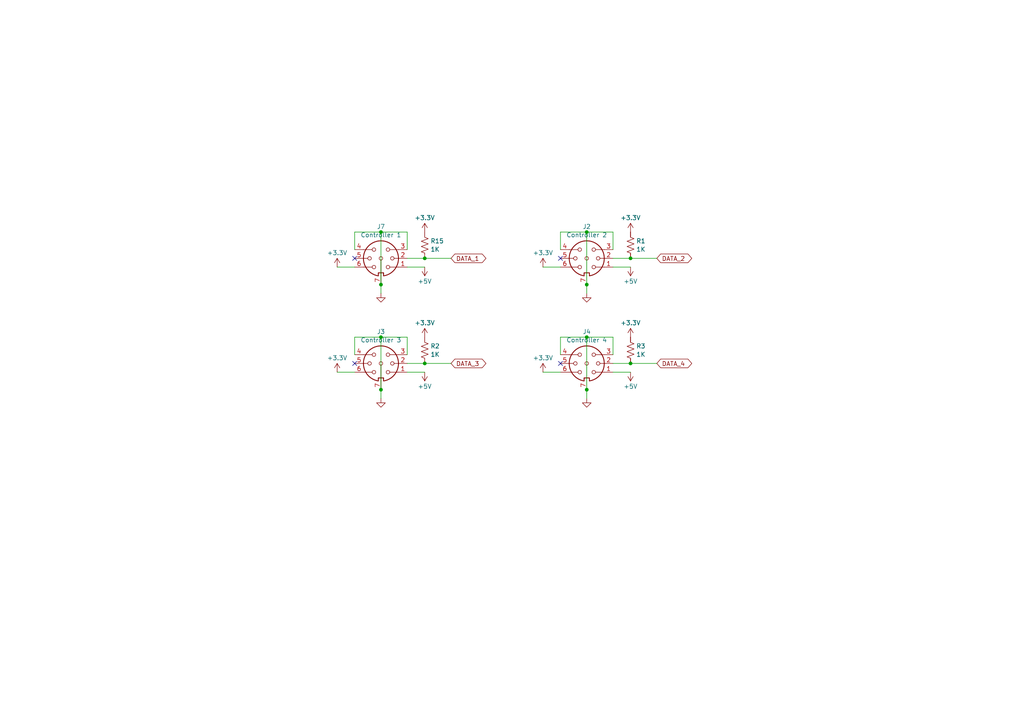
<source format=kicad_sch>
(kicad_sch (version 20230121) (generator eeschema)
  (paper "A4")
  (lib_symbols
    (symbol "Connector:DIN-7_CenterPin7" (pin_names (offset 1.016))
      (property "Reference" "J" (at 0 6.35 0))
      (property "Value" "DIN-7_CenterPin7" (at 3.048 -5.334 0))
      (symbol "DIN-7_CenterPin7_0_1"
        (arc (start -5.08 0) (mid -3.8609 -3.3364) (end -0.762 -5.08) (stroke (width 0.254)))
        (circle (center -3.302 0) (radius 0.508))
        (circle (center -2.032 -2.54) (radius 0.508))
        (circle (center -2.032 2.54) (radius 0.508))
        (polyline (pts (xy -5.08 0) (xy -3.81 0)))
        (polyline (pts (xy 0 -0.508) (xy 0 -5.08)))
        (polyline (pts (xy 5.08 0) (xy 3.81 0)))
        (polyline (pts (xy -5.08 -2.54) (xy -4.318 -2.54) (xy -2.54 -2.54)))
        (polyline (pts (xy -5.08 2.54) (xy -4.318 2.54) (xy -2.54 2.54)))
        (polyline (pts (xy 5.08 -2.54) (xy 4.318 -2.54) (xy 2.54 -2.54)))
        (polyline (pts (xy 5.08 2.54) (xy 4.318 2.54) (xy 2.54 2.54)))
        (polyline (pts (xy -0.762 -4.953) (xy -0.762 -4.191) (xy 0.762 -4.191) (xy 0.762 -4.953)) (stroke (width 0.254)))
        (circle (center 0 0) (radius 0.508))
        (arc (start 0.762 -5.08) (mid 3.8685 -3.343) (end 5.08 0) (stroke (width 0.254)))
        (circle (center 2.032 -2.54) (radius 0.508))
        (circle (center 2.032 2.54) (radius 0.508))
        (circle (center 3.302 0) (radius 0.508))
        (arc (start 5.08 0) (mid 0 5.0579) (end -5.08 0) (stroke (width 0.254)))
      )
      (symbol "DIN-7_CenterPin7_1_1"
        (pin passive line (at 7.62 -2.54 180) (length 2.54) (name "~") (number "1"))
        (pin passive line (at 7.62 0 180) (length 2.54) (name "~") (number "2"))
        (pin passive line (at 7.62 2.54 180) (length 2.54) (name "~") (number "3"))
        (pin passive line (at -7.62 2.54 0) (length 2.54) (name "~") (number "4"))
        (pin passive line (at -7.62 0 0) (length 2.54) (name "~") (number "5"))
        (pin passive line (at -7.62 -2.54 0) (length 2.54) (name "~") (number "6"))
        (pin passive line (at 0 -7.62 90) (length 2.54) (name "~") (number "7"))
      )
    )
    (symbol "Device:R_US" (pin_numbers hide) (pin_names (offset 0))
      (property "Reference" "R" (at 2.54 0 90))
      (property "Value" "R_US" (at -2.54 0 90))
      (symbol "R_US_0_1"
        (polyline (pts (xy 0 -2.286) (xy 0 -2.54)))
        (polyline (pts (xy 0 2.286) (xy 0 2.54)))
        (polyline (pts (xy 0 -0.762) (xy 1.016 -1.143) (xy 0 -1.524) (xy -1.016 -1.905) (xy 0 -2.286)))
        (polyline (pts (xy 0 0.762) (xy 1.016 0.381) (xy 0 0) (xy -1.016 -0.381) (xy 0 -0.762)))
        (polyline (pts (xy 0 2.286) (xy 1.016 1.905) (xy 0 1.524) (xy -1.016 1.143) (xy 0 0.762)))
      )
      (symbol "R_US_1_1"
        (pin passive line (at 0 3.81 270) (length 1.27) (name "~") (number "1"))
        (pin passive line (at 0 -3.81 90) (length 1.27) (name "~") (number "2"))
      )
    )
    (symbol "power:+3.3V" (power) (pin_names (offset 0))
      (property "Value" "+3.3V" (at 0 3.556 0))
      (symbol "+3.3V_0_1"
        (polyline (pts (xy -0.762 1.27) (xy 0 2.54)))
        (polyline (pts (xy 0 0) (xy 0 2.54)))
        (polyline (pts (xy 0 2.54) (xy 0.762 1.27)))
      )
      (symbol "+3.3V_1_1"
        (pin power_in line (at 0 0 90) (length 0) hide (name "+3.3V") (number "1"))
      )
    )
    (symbol "power:+5V" (power) (pin_names (offset 0))
      (property "Value" "+5V" (at 0 3.556 0))
      (symbol "+5V_0_1"
        (polyline (pts (xy -0.762 1.27) (xy 0 2.54)))
        (polyline (pts (xy 0 0) (xy 0 2.54)))
        (polyline (pts (xy 0 2.54) (xy 0.762 1.27)))
      )
      (symbol "+5V_1_1"
        (pin power_in line (at 0 0 90) (length 0) hide (name "+5V") (number "1"))
      )
    )
    (symbol "power:GND" (power) (pin_names (offset 0))
      (property "Value" "GND" (at 0 -3.81 0))
      (symbol "GND_0_1"
        (polyline (pts (xy 0 0) (xy 0 -1.27) (xy 1.27 -1.27) (xy 0 -2.54) (xy -1.27 -1.27) (xy 0 -1.27)))
      )
      (symbol "GND_1_1"
        (pin power_in line (at 0 0 270) (length 0) hide (name "GND") (number "1"))
      )
    )
  )
  (junction (at 110.49 82.55))
  (junction (at 170.18 82.55))
  (junction (at 123.19 105.41))
  (junction (at 110.49 113.03))
  (junction (at 110.49 97.79))
  (junction (at 170.18 97.79))
  (junction (at 110.49 67.31))
  (junction (at 182.88 74.93))
  (junction (at 182.88 105.41))
  (junction (at 123.19 74.93))
  (junction (at 170.18 67.31))
  (junction (at 170.18 113.03))
  (no_connect (at 102.87 105.41))
  (no_connect (at 102.87 74.93))
  (no_connect (at 162.56 105.41))
  (no_connect (at 162.56 74.93))
  (wire (pts (xy 177.8 107.95) (xy 182.88 107.95)))
  (wire (pts (xy 170.18 97.79) (xy 177.8 97.79)))
  (wire (pts (xy 170.18 113.03) (xy 170.18 115.57)))
  (wire (pts (xy 170.18 82.55) (xy 170.18 85.09)))
  (wire (pts (xy 102.87 67.31) (xy 110.49 67.31)))
  (wire (pts (xy 182.88 74.93) (xy 190.5 74.93)))
  (wire (pts (xy 118.11 107.95) (xy 123.19 107.95)))
  (wire (pts (xy 102.87 102.87) (xy 102.87 97.79)))
  (wire (pts (xy 177.8 105.41) (xy 182.88 105.41)))
  (wire (pts (xy 177.8 67.31) (xy 177.8 72.39)))
  (wire (pts (xy 102.87 97.79) (xy 110.49 97.79)))
  (wire (pts (xy 123.19 105.41) (xy 130.81 105.41)))
  (wire (pts (xy 110.49 113.03) (xy 110.49 115.57)))
  (wire (pts (xy 110.49 67.31) (xy 118.11 67.31)))
  (wire (pts (xy 110.49 67.31) (xy 110.49 82.55)))
  (wire (pts (xy 97.79 107.95) (xy 102.87 107.95)))
  (wire (pts (xy 177.8 77.47) (xy 182.88 77.47)))
  (wire (pts (xy 97.79 77.47) (xy 102.87 77.47)))
  (wire (pts (xy 162.56 102.87) (xy 162.56 97.79)))
  (wire (pts (xy 182.88 105.41) (xy 190.5 105.41)))
  (wire (pts (xy 157.48 107.95) (xy 162.56 107.95)))
  (wire (pts (xy 102.87 72.39) (xy 102.87 67.31)))
  (wire (pts (xy 177.8 97.79) (xy 177.8 102.87)))
  (wire (pts (xy 162.56 72.39) (xy 162.56 67.31)))
  (wire (pts (xy 123.19 74.93) (xy 130.81 74.93)))
  (wire (pts (xy 157.48 77.47) (xy 162.56 77.47)))
  (wire (pts (xy 118.11 105.41) (xy 123.19 105.41)))
  (wire (pts (xy 170.18 67.31) (xy 170.18 82.55)))
  (wire (pts (xy 118.11 97.79) (xy 118.11 102.87)))
  (wire (pts (xy 118.11 74.93) (xy 123.19 74.93)))
  (wire (pts (xy 170.18 67.31) (xy 177.8 67.31)))
  (wire (pts (xy 110.49 97.79) (xy 118.11 97.79)))
  (wire (pts (xy 162.56 67.31) (xy 170.18 67.31)))
  (wire (pts (xy 162.56 97.79) (xy 170.18 97.79)))
  (wire (pts (xy 170.18 97.79) (xy 170.18 113.03)))
  (wire (pts (xy 177.8 74.93) (xy 182.88 74.93)))
  (wire (pts (xy 110.49 82.55) (xy 110.49 85.09)))
  (wire (pts (xy 110.49 97.79) (xy 110.49 113.03)))
  (wire (pts (xy 118.11 67.31) (xy 118.11 72.39)))
  (wire (pts (xy 118.11 77.47) (xy 123.19 77.47)))
  (global_label "DATA_2" (shape bidirectional) (at 190.5 74.93 0) (property "Intersheetrefs" "${INTERSHEET_REFS}" (effects hide)))
  (global_label "DATA_4" (shape bidirectional) (at 190.5 105.41 0) (property "Intersheetrefs" "${INTERSHEET_REFS}" (effects hide)))
  (global_label "DATA_3" (shape bidirectional) (at 130.81 105.41 0) (property "Intersheetrefs" "${INTERSHEET_REFS}" (effects hide)))
  (global_label "DATA_1" (shape bidirectional) (at 130.81 74.93 0) (property "Intersheetrefs" "${INTERSHEET_REFS}" (effects hide)))
  (symbol (lib_id "power:+3.3V") (at 157.48 77.47 0) (unit 1)
    (property "Reference" "#PWR01" (effects hide))
    (property "Value" "+3.3V" (at 157.48 73.3369 0))
  )
  (symbol (lib_id "Device:R_US") (at 182.88 71.12 0) (unit 1)
    (property "Reference" "R1" (at 184.531 69.9079 0) (effects (justify left)))
    (property "Value" "1K" (at 184.531 72.3321 0) (effects (justify left)))
    (property "Footprint" "Resistor_SMD:R_0603_1608Metric" (effects hide))
  )
  (symbol (lib_id "Device:R_US") (at 123.19 71.12 0) (unit 1)
    (property "Reference" "R15" (at 124.841 69.9079 0) (effects (justify left)))
    (property "Value" "1K" (at 124.841 72.3321 0) (effects (justify left)))
    (property "Footprint" "Resistor_SMD:R_0603_1608Metric" (effects hide))
  )
  (symbol (lib_id "power:+5V") (at 123.19 107.95 180) (unit 1)
    (property "Reference" "#PWR08" (effects hide))
    (property "Value" "+5V" (at 123.19 112.0831 0))
  )
  (symbol (lib_id "power:GND") (at 170.18 85.09 0) (unit 1)
    (property "Reference" "#PWR02" (effects hide))
    (property "Value" "GND" (effects hide))
  )
  (symbol (lib_id "power:+3.3V") (at 157.48 107.95 0) (unit 1)
    (property "Reference" "#PWR09" (effects hide))
    (property "Value" "+3.3V" (at 157.48 103.8169 0))
  )
  (symbol (lib_id "Connector:DIN-7_CenterPin7") (at 110.49 105.41 0) (unit 1)
    (property "Reference" "J3" (at 110.4901 96.2078 0))
    (property "Value" "Controller 3" (at 110.4901 98.632 0))
    (property "Footprint" "GameCube Controllers:Gamecube Controller Socket" (effects hide))
    (property "Datasheet" "http://www.mouser.com/ds/2/18/40_c091_abd_e-75918.pdf" (effects hide))
  )
  (symbol (lib_id "Device:R_US") (at 123.19 101.6 0) (unit 1)
    (property "Reference" "R2" (at 124.841 100.3879 0) (effects (justify left)))
    (property "Value" "1K" (at 124.841 102.8121 0) (effects (justify left)))
    (property "Footprint" "Resistor_SMD:R_0603_1608Metric" (effects hide))
  )
  (symbol (lib_id "Device:R_US") (at 182.88 101.6 0) (unit 1)
    (property "Reference" "R3" (at 184.531 100.3879 0) (effects (justify left)))
    (property "Value" "1K" (at 184.531 102.8121 0) (effects (justify left)))
    (property "Footprint" "Resistor_SMD:R_0603_1608Metric" (effects hide))
  )
  (symbol (lib_id "power:GND") (at 110.49 85.09 0) (unit 1)
    (property "Reference" "#PWR045" (effects hide))
    (property "Value" "GND" (effects hide))
  )
  (symbol (lib_id "power:+5V") (at 182.88 77.47 180) (unit 1)
    (property "Reference" "#PWR04" (effects hide))
    (property "Value" "+5V" (at 182.88 81.6031 0))
  )
  (symbol (lib_id "power:+3.3V") (at 123.19 67.31 0) (unit 1)
    (property "Reference" "#PWR048" (effects hide))
    (property "Value" "+3.3V" (at 123.19 63.1769 0))
  )
  (symbol (lib_id "power:+3.3V") (at 182.88 67.31 0) (unit 1)
    (property "Reference" "#PWR03" (effects hide))
    (property "Value" "+3.3V" (at 182.88 63.1769 0))
  )
  (symbol (lib_id "power:+3.3V") (at 97.79 77.47 0) (unit 1)
    (property "Reference" "#PWR047" (effects hide))
    (property "Value" "+3.3V" (at 97.79 73.3369 0))
  )
  (symbol (lib_id "power:+5V") (at 123.19 77.47 180) (unit 1)
    (property "Reference" "#PWR046" (effects hide))
    (property "Value" "+5V" (at 123.19 81.6031 0))
  )
  (symbol (lib_id "power:+3.3V") (at 123.19 97.79 0) (unit 1)
    (property "Reference" "#PWR07" (effects hide))
    (property "Value" "+3.3V" (at 123.19 93.6569 0))
  )
  (symbol (lib_id "power:+3.3V") (at 182.88 97.79 0) (unit 1)
    (property "Reference" "#PWR011" (effects hide))
    (property "Value" "+3.3V" (at 182.88 93.6569 0))
  )
  (symbol (lib_id "power:+3.3V") (at 97.79 107.95 0) (unit 1)
    (property "Reference" "#PWR05" (effects hide))
    (property "Value" "+3.3V" (at 97.79 103.8169 0))
  )
  (symbol (lib_id "Connector:DIN-7_CenterPin7") (at 110.49 74.93 0) (unit 1)
    (property "Reference" "J7" (at 110.4901 65.7278 0))
    (property "Value" "Controller 1" (at 110.4901 68.152 0))
    (property "Footprint" "GameCube Controllers:Gamecube Controller Socket" (effects hide))
    (property "Datasheet" "http://www.mouser.com/ds/2/18/40_c091_abd_e-75918.pdf" (effects hide))
  )
  (symbol (lib_id "power:GND") (at 110.49 115.57 0) (unit 1)
    (property "Reference" "#PWR06" (effects hide))
    (property "Value" "GND" (effects hide))
  )
  (symbol (lib_id "Connector:DIN-7_CenterPin7") (at 170.18 74.93 0) (unit 1)
    (property "Reference" "J2" (at 170.1801 65.7278 0))
    (property "Value" "Controller 2" (at 170.1801 68.152 0))
    (property "Footprint" "GameCube Controllers:Gamecube Controller Socket" (effects hide))
    (property "Datasheet" "http://www.mouser.com/ds/2/18/40_c091_abd_e-75918.pdf" (effects hide))
  )
  (symbol (lib_id "power:+5V") (at 182.88 107.95 180) (unit 1)
    (property "Reference" "#PWR012" (effects hide))
    (property "Value" "+5V" (at 182.88 112.0831 0))
  )
  (symbol (lib_id "Connector:DIN-7_CenterPin7") (at 170.18 105.41 0) (unit 1)
    (property "Reference" "J4" (at 170.1801 96.2078 0))
    (property "Value" "Controller 4" (at 170.1801 98.632 0))
    (property "Footprint" "GameCube Controllers:Gamecube Controller Socket" (effects hide))
    (property "Datasheet" "http://www.mouser.com/ds/2/18/40_c091_abd_e-75918.pdf" (effects hide))
  )
  (symbol (lib_id "power:GND") (at 170.18 115.57 0) (unit 1)
    (property "Reference" "#PWR010" (effects hide))
    (property "Value" "GND" (effects hide))
  )
)
</source>
